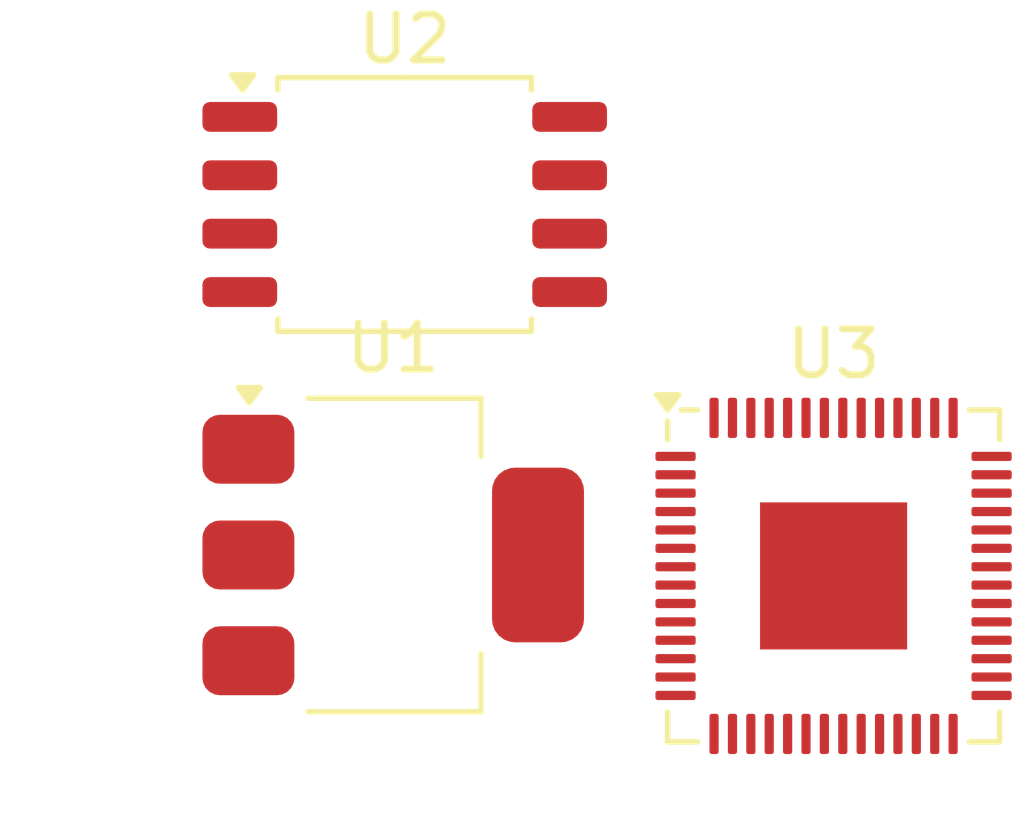
<source format=kicad_pcb>
(kicad_pcb (version 20241229) (generator "pcbnew") (generator_version "9.0")
  (layers (0 "F.Cu" signal) (2 "B.Cu" signal) (13 "F.Paste" user) (15 "B.Paste" user) (5 "F.SilkS" user "F.Silkscreen") (7 "B.SilkS" user "B.Silkscreen") (1 "F.Mask" user) (3 "B.Mask" user) (25 "Edge.Cuts" user))
  (net 0 "")
  (net 1 "VBUS")
  (net 2 "GND")
  (net 3 "+3.3V")
  (net 6 "Net-(U2-~{CS})")
  (net 10 "+1V1")
  (footprint "Package_DFN_QFN:QFN-56-1EP_7x7mm_P0.4mm_EP3.2x3.2mm" (layer "F.Cu") (at 159.0625 93.9)
    (property "Reference" "U3" (at 0 -4.83 0) (layer "F.SilkS"))
    (property "Value" "RP2040")
    (fp_line (start -3.61 -2.96) (end -3.61 -3.37) (stroke (width 0.12)) (layer "F.SilkS"))
    (fp_line (start -3.61 3.61) (end -3.61 2.96) (stroke (width 0.12)) (layer "F.SilkS"))
    (fp_line (start -2.96 -3.61) (end -3.31 -3.61) (stroke (width 0.12)) (layer "F.SilkS"))
    (fp_line (start -2.96 3.61) (end -3.61 3.61) (stroke (width 0.12)) (layer "F.SilkS"))
    (fp_line (start 2.96 -3.61) (end 3.61 -3.61) (stroke (width 0.12)) (layer "F.SilkS"))
    (fp_line (start 2.96 3.61) (end 3.61 3.61) (stroke (width 0.12)) (layer "F.SilkS"))
    (fp_line (start 3.61 -3.61) (end 3.61 -2.96) (stroke (width 0.12)) (layer "F.SilkS"))
    (fp_line (start 3.61 3.61) (end 3.61 2.96) (stroke (width 0.12)) (layer "F.SilkS"))
    (fp_poly (pts (xy -3.61 -3.61) (xy -3.85 -3.94) (xy -3.37 -3.94)) (stroke (width 0.12)) (fill yes) (layer "F.SilkS"))
    (pad "1" smd roundrect (at -3.4375 -2.6) (size 0.875 0.2) (layers "F.Cu" "F.Mask" "F.Paste") (net 3 "+3.3V"))
    (pad "2" smd roundrect (at -3.4375 -2.2) (size 0.875 0.2) (layers "F.Cu" "F.Mask" "F.Paste"))
    (pad "3" smd roundrect (at -3.4375 -1.8) (size 0.875 0.2) (layers "F.Cu" "F.Mask" "F.Paste"))
    (pad "4" smd roundrect (at -3.4375 -1.4) (size 0.875 0.2) (layers "F.Cu" "F.Mask" "F.Paste"))
    (pad "5" smd roundrect (at -3.4375 -1) (size 0.875 0.2) (layers "F.Cu" "F.Mask" "F.Paste"))
    (pad "6" smd roundrect (at -3.4375 -0.6) (size 0.875 0.2) (layers "F.Cu" "F.Mask" "F.Paste"))
    (pad "7" smd roundrect (at -3.4375 -0.2) (size 0.875 0.2) (layers "F.Cu" "F.Mask" "F.Paste"))
    (pad "8" smd roundrect (at -3.4375 0.2) (size 0.875 0.2) (layers "F.Cu" "F.Mask" "F.Paste"))
    (pad "9" smd roundrect (at -3.4375 0.6) (size 0.875 0.2) (layers "F.Cu" "F.Mask" "F.Paste"))
    (pad "10" smd roundrect (at -3.4375 1) (size 0.875 0.2) (layers "F.Cu" "F.Mask" "F.Paste") (net 3 "+3.3V"))
    (pad "11" smd roundrect (at -3.4375 1.4) (size 0.875 0.2) (layers "F.Cu" "F.Mask" "F.Paste"))
    (pad "12" smd roundrect (at -3.4375 1.8) (size 0.875 0.2) (layers "F.Cu" "F.Mask" "F.Paste"))
    (pad "13" smd roundrect (at -3.4375 2.2) (size 0.875 0.2) (layers "F.Cu" "F.Mask" "F.Paste"))
    (pad "14" smd roundrect (at -3.4375 2.6) (size 0.875 0.2) (layers "F.Cu" "F.Mask" "F.Paste"))
    (pad "15" smd roundrect (at -2.6 3.4375) (size 0.2 0.875) (layers "F.Cu" "F.Mask" "F.Paste"))
    (pad "16" smd roundrect (at -2.2 3.4375) (size 0.2 0.875) (layers "F.Cu" "F.Mask" "F.Paste"))
    (pad "17" smd roundrect (at -1.8 3.4375) (size 0.2 0.875) (layers "F.Cu" "F.Mask" "F.Paste"))
    (pad "18" smd roundrect (at -1.4 3.4375) (size 0.2 0.875) (layers "F.Cu" "F.Mask" "F.Paste"))
    (pad "19" smd roundrect (at -1 3.4375) (size 0.2 0.875) (layers "F.Cu" "F.Mask" "F.Paste"))
    (pad "20" smd roundrect (at -0.6 3.4375) (size 0.2 0.875) (layers "F.Cu" "F.Mask" "F.Paste"))
    (pad "21" smd roundrect (at -0.2 3.4375) (size 0.2 0.875) (layers "F.Cu" "F.Mask" "F.Paste"))
    (pad "22" smd roundrect (at 0.2 3.4375) (size 0.2 0.875) (layers "F.Cu" "F.Mask" "F.Paste") (net 3 "+3.3V"))
    (pad "23" smd roundrect (at 0.6 3.4375) (size 0.2 0.875) (layers "F.Cu" "F.Mask" "F.Paste") (net 10 "+1V1"))
    (pad "24" smd roundrect (at 1 3.4375) (size 0.2 0.875) (layers "F.Cu" "F.Mask" "F.Paste"))
    (pad "25" smd roundrect (at 1.4 3.4375) (size 0.2 0.875) (layers "F.Cu" "F.Mask" "F.Paste"))
    (pad "26" smd roundrect (at 1.8 3.4375) (size 0.2 0.875) (layers "F.Cu" "F.Mask" "F.Paste"))
    (pad "27" smd roundrect (at 2.2 3.4375) (size 0.2 0.875) (layers "F.Cu" "F.Mask" "F.Paste"))
    (pad "28" smd roundrect (at 2.6 3.4375) (size 0.2 0.875) (layers "F.Cu" "F.Mask" "F.Paste"))
    (pad "29" smd roundrect (at 3.4375 2.6) (size 0.875 0.2) (layers "F.Cu" "F.Mask" "F.Paste"))
    (pad "30" smd roundrect (at 3.4375 2.2) (size 0.875 0.2) (layers "F.Cu" "F.Mask" "F.Paste"))
    (pad "31" smd roundrect (at 3.4375 1.8) (size 0.875 0.2) (layers "F.Cu" "F.Mask" "F.Paste"))
    (pad "32" smd roundrect (at 3.4375 1.4) (size 0.875 0.2) (layers "F.Cu" "F.Mask" "F.Paste"))
    (pad "33" smd roundrect (at 3.4375 1) (size 0.875 0.2) (layers "F.Cu" "F.Mask" "F.Paste") (net 3 "+3.3V"))
    (pad "34" smd roundrect (at 3.4375 0.6) (size 0.875 0.2) (layers "F.Cu" "F.Mask" "F.Paste"))
    (pad "35" smd roundrect (at 3.4375 0.2) (size 0.875 0.2) (layers "F.Cu" "F.Mask" "F.Paste"))
    (pad "36" smd roundrect (at 3.4375 -0.2) (size 0.875 0.2) (layers "F.Cu" "F.Mask" "F.Paste"))
    (pad "37" smd roundrect (at 3.4375 -0.6) (size 0.875 0.2) (layers "F.Cu" "F.Mask" "F.Paste"))
    (pad "38" smd roundrect (at 3.4375 -1) (size 0.875 0.2) (layers "F.Cu" "F.Mask" "F.Paste"))
    (pad "39" smd roundrect (at 3.4375 -1.4) (size 0.875 0.2) (layers "F.Cu" "F.Mask" "F.Paste"))
    (pad "40" smd roundrect (at 3.4375 -1.8) (size 0.875 0.2) (layers "F.Cu" "F.Mask" "F.Paste"))
    (pad "41" smd roundrect (at 3.4375 -2.2) (size 0.875 0.2) (layers "F.Cu" "F.Mask" "F.Paste"))
    (pad "42" smd roundrect (at 3.4375 -2.6) (size 0.875 0.2) (layers "F.Cu" "F.Mask" "F.Paste") (net 3 "+3.3V"))
    (pad "43" smd roundrect (at 2.6 -3.4375) (size 0.2 0.875) (layers "F.Cu" "F.Mask" "F.Paste") (net 3 "+3.3V"))
    (pad "44" smd roundrect (at 2.2 -3.4375) (size 0.2 0.875) (layers "F.Cu" "F.Mask" "F.Paste") (net 3 "+3.3V"))
    (pad "45" smd roundrect (at 1.8 -3.4375) (size 0.2 0.875) (layers "F.Cu" "F.Mask" "F.Paste") (net 10 "+1V1"))
    (pad "46" smd roundrect (at 1.4 -3.4375) (size 0.2 0.875) (layers "F.Cu" "F.Mask" "F.Paste"))
    (pad "47" smd roundrect (at 1 -3.4375) (size 0.2 0.875) (layers "F.Cu" "F.Mask" "F.Paste"))
    (pad "48" smd roundrect (at 0.6 -3.4375) (size 0.2 0.875) (layers "F.Cu" "F.Mask" "F.Paste") (net 3 "+3.3V"))
    (pad "49" smd roundrect (at 0.2 -3.4375) (size 0.2 0.875) (layers "F.Cu" "F.Mask" "F.Paste") (net 3 "+3.3V"))
    (pad "50" smd roundrect (at -0.2 -3.4375) (size 0.2 0.875) (layers "F.Cu" "F.Mask" "F.Paste") (net 10 "+1V1"))
    (pad "51" smd roundrect (at -0.6 -3.4375) (size 0.2 0.875) (layers "F.Cu" "F.Mask" "F.Paste"))
    (pad "52" smd roundrect (at -1 -3.4375) (size 0.2 0.875) (layers "F.Cu" "F.Mask" "F.Paste"))
    (pad "53" smd roundrect (at -1.4 -3.4375) (size 0.2 0.875) (layers "F.Cu" "F.Mask" "F.Paste"))
    (pad "54" smd roundrect (at -1.8 -3.4375) (size 0.2 0.875) (layers "F.Cu" "F.Mask" "F.Paste"))
    (pad "55" smd roundrect (at -2.2 -3.4375) (size 0.2 0.875) (layers "F.Cu" "F.Mask" "F.Paste"))
    (pad "56" smd roundrect (at -2.6 -3.4375) (size 0.2 0.875) (layers "F.Cu" "F.Mask" "F.Paste"))
    (pad "57" smd rect (at 0 0) (size 3.2 3.2) (property pad_prop_heatsink) (layers "F.Cu" "F.Mask"))
  )
  (footprint "Package_SO:SOIC-8_5.3x5.3mm_P1.27mm" (layer "F.Cu") (at 149.7325 85.82)
    (property "Reference" "U2" (at 0 -3.6 0) (layer "F.SilkS"))
    (property "Value" "W25Q128JVS")
    (fp_line (start -2.76 -2.76) (end -2.76 -2.49) (stroke (width 0.12)) (layer "F.SilkS"))
    (fp_line (start -2.76 2.76) (end -2.76 2.49) (stroke (width 0.12)) (layer "F.SilkS"))
    (fp_line (start 0 -2.76) (end -2.76 -2.76) (stroke (width 0.12)) (layer "F.SilkS"))
    (fp_line (start 0 -2.76) (end 2.76 -2.76) (stroke (width 0.12)) (layer "F.SilkS"))
    (fp_line (start 0 2.76) (end -2.76 2.76) (stroke (width 0.12)) (layer "F.SilkS"))
    (fp_line (start 0 2.76) (end 2.76 2.76) (stroke (width 0.12)) (layer "F.SilkS"))
    (fp_line (start 2.76 -2.76) (end 2.76 -2.49) (stroke (width 0.12)) (layer "F.SilkS"))
    (fp_line (start 2.76 2.76) (end 2.76 2.49) (stroke (width 0.12)) (layer "F.SilkS"))
    (fp_poly (pts (xy -3.525 -2.49) (xy -3.765 -2.82) (xy -3.285 -2.82)) (stroke (width 0.12)) (fill yes) (layer "F.SilkS"))
    (pad "1" smd roundrect (at -3.5875 -1.905) (size 1.625 0.65) (layers "F.Cu" "F.Mask" "F.Paste") (net 6 "Net-(U2-~{CS})"))
    (pad "2" smd roundrect (at -3.5875 -0.635) (size 1.625 0.65) (layers "F.Cu" "F.Mask" "F.Paste"))
    (pad "3" smd roundrect (at -3.5875 0.635) (size 1.625 0.65) (layers "F.Cu" "F.Mask" "F.Paste"))
    (pad "4" smd roundrect (at -3.5875 1.905) (size 1.625 0.65) (layers "F.Cu" "F.Mask" "F.Paste") (net 2 "GND"))
    (pad "5" smd roundrect (at 3.5875 1.905) (size 1.625 0.65) (layers "F.Cu" "F.Mask" "F.Paste"))
    (pad "6" smd roundrect (at 3.5875 0.635) (size 1.625 0.65) (layers "F.Cu" "F.Mask" "F.Paste"))
    (pad "7" smd roundrect (at 3.5875 -0.635) (size 1.625 0.65) (layers "F.Cu" "F.Mask" "F.Paste"))
    (pad "8" smd roundrect (at 3.5875 -1.905) (size 1.625 0.65) (layers "F.Cu" "F.Mask" "F.Paste") (net 3 "+3.3V"))
  )
  (footprint "Package_TO_SOT_SMD:SOT-223-3_TabPin2" (layer "F.Cu") (at 149.4825 93.445)
    (property "Reference" "U1" (at 0 -4.5 0) (layer "F.SilkS"))
    (property "Value" "NCP1117-1.5_SOT223")
    (fp_line (start -1.85 -3.41) (end 1.91 -3.41) (stroke (width 0.12)) (layer "F.SilkS"))
    (fp_line (start -1.85 3.41) (end 1.91 3.41) (stroke (width 0.12)) (layer "F.SilkS"))
    (fp_line (start 1.91 -3.41) (end 1.91 -2.15) (stroke (width 0.12)) (layer "F.SilkS"))
    (fp_line (start 1.91 3.41) (end 1.91 2.15) (stroke (width 0.12)) (layer "F.SilkS"))
    (fp_poly (pts (xy -3.13 -3.31) (xy -3.37 -3.64) (xy -2.89 -3.64) (xy -3.13 -3.31)) (stroke (width 0.12)) (fill yes) (layer "F.SilkS"))
    (pad "1" smd roundrect (at -3.15 -2.3) (size 2 1.5) (layers "F.Cu" "F.Mask" "F.Paste") (net 2 "GND"))
    (pad "2" smd roundrect (at -3.15 0) (size 2 1.5) (layers "F.Cu" "F.Mask" "F.Paste") (net 3 "+3.3V"))
    (pad "2" smd roundrect (at 3.15 0) (size 2 3.8) (layers "F.Cu" "F.Mask" "F.Paste") (net 3 "+3.3V"))
    (pad "3" smd roundrect (at -3.15 2.3) (size 2 1.5) (layers "F.Cu" "F.Mask" "F.Paste") (net 1 "VBUS"))
  )
)
</source>
